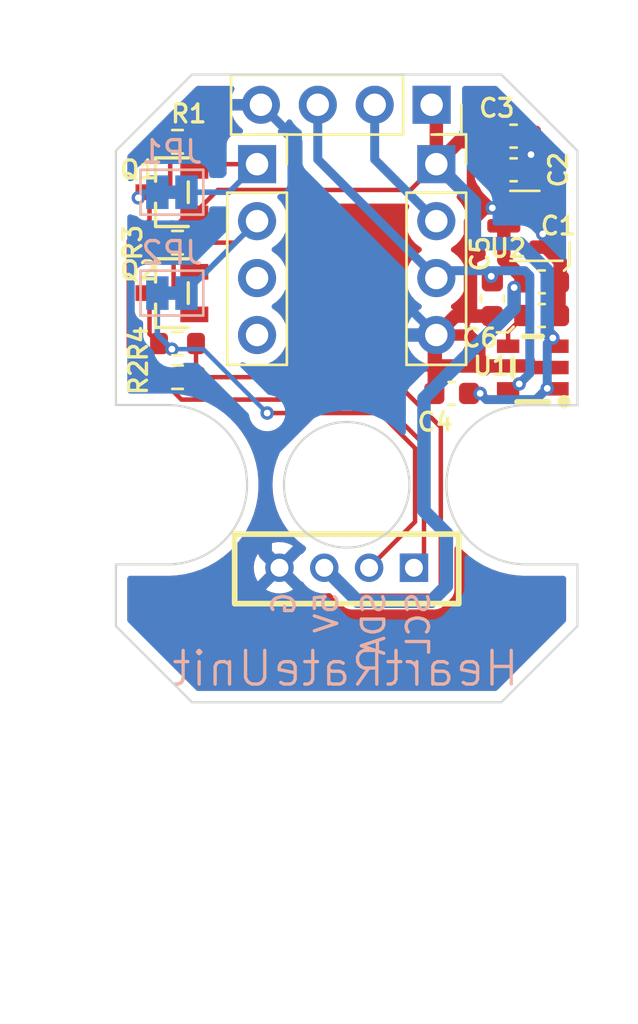
<source format=kicad_pcb>
(kicad_pcb (version 20211014) (generator pcbnew)
  (layers (0 "F.Cu" signal) (31 "B.Cu" signal) (34 "B.Paste" user) (35 "F.Paste" user) (36 "B.SilkS" user "B.Silkscreen") (37 "F.SilkS" user "F.Silkscreen") (38 "B.Mask" user) (39 "F.Mask" user) (44 "Edge.Cuts" user))
  (net 0 "")
  (net 1 "+5V")
  (net 2 "GND")
  (net 3 "+3V3")
  (net 4 "+1V8")
  (net 5 "Net-(C6-Pad1)")
  (net 6 "/SCL_G")
  (net 7 "/SDA_G")
  (net 8 "/SCL")
  (net 9 "/SDA")
  (net 10 "/IR")
  (net 11 "/R")
  (net 12 "/INT")
  (footprint "akita:CON_GROVE_H" (layer "F.Cu") (at 10.3 22 180)
    (fp_text reference "CN1" hide)
    (fp_text value "CON_GROVE")
    (fp_line (start -5 -1.6) (end 5 -1.6) (layer "F.SilkS") (width 0.254))
    (fp_line (start -5 1.5) (end 5 1.5) (layer "F.SilkS") (width 0.254))
    (fp_line (start -5 -1.6) (end -5 1.5) (layer "F.SilkS") (width 0.254))
    (fp_line (start -5 -1) (end -5 1) (layer "F.SilkS") (width 0.127))
    (fp_line (start 5 1.5) (end 5 -1.6) (layer "F.SilkS") (width 0.254))
    (pad "1" thru_hole rect (at -3 0 180) (size 1.27 1.27) (drill 0.8) (layers *.Cu *.Mask) (net 6 "/SCL_G"))
    (pad "2" thru_hole circle (at -1 0 180) (size 1.27 1.27) (drill 0.8) (layers *.Cu *.Mask) (net 7 "/SDA_G"))
    (pad "3" thru_hole circle (at 1 0 180) (size 1.27 1.27) (drill 0.8) (layers *.Cu *.Mask) (net 1 "+5V"))
    (pad "4" thru_hole circle (at 3 0 180) (size 1.27 1.27) (drill 0.8) (layers *.Cu *.Mask) (net 2 "GND"))
  )
  (footprint "Capacitor_SMD:C_0603_1608Metric" (layer "F.Cu") (at 17.75 2.75)
    (fp_text reference "C3" (at -0.75 -1.25) (layer "F.SilkS") (effects (font (size 0.8 0.8))))
    (fp_text value "10u")
    (fp_line (start -0.14058 -0.51) (end 0.14058 -0.51) (layer "F.SilkS") (width 0.12))
    (fp_line (start -0.14058 0.51) (end 0.14058 0.51) (layer "F.SilkS") (width 0.12))
    (pad "1" smd roundrect locked (at -0.775 0) (size 0.9 0.95) (layers "F.Cu" "F.Paste" "F.Mask") (net 3 "+3V3"))
    (pad "2" smd roundrect locked (at 0.775 0) (size 0.9 0.95) (layers "F.Cu" "F.Paste" "F.Mask") (net 2 "GND"))
  )
  (footprint "Capacitor_SMD:C_0603_1608Metric" (layer "F.Cu") (at 14.986 14.224 180)
    (fp_text reference "C4" (at 0.736 -1.276) (layer "F.SilkS") (effects (font (size 0.8 0.8))))
    (fp_text value "1u")
    (fp_line (start -0.14058 0.51) (end 0.14058 0.51) (layer "F.SilkS") (width 0.12))
    (fp_line (start -0.14058 -0.51) (end 0.14058 -0.51) (layer "F.SilkS") (width 0.12))
    (pad "1" smd roundrect locked (at -0.775 0 180) (size 0.9 0.95) (layers "F.Cu" "F.Paste" "F.Mask") (net 3 "+3V3"))
    (pad "2" smd roundrect locked (at 0.775 0 180) (size 0.9 0.95) (layers "F.Cu" "F.Paste" "F.Mask") (net 2 "GND"))
  )
  (footprint "libLCSC:SOT-23-3_L2.9-W1.3-P1.90-LS2.4-BR" (layer "F.Cu") (at 2.5 9.75)
    (fp_text reference "Q2" (at -1.5 -1) (layer "F.SilkS") (effects (font (size 0.8 0.8))))
    (fp_text value "AO3400_C20628874")
    (fp_line (start 0.73 -0.46) (end 0.73 0.46) (layer "F.SilkS") (width 0.15))
    (fp_line (start -0.73 -1.53) (end -0.73 -0.49) (layer "F.SilkS") (width 0.15))
    (fp_line (start -0.73 1.53) (end -0.73 0.49) (layer "F.SilkS") (width 0.15))
    (fp_line (start 0.73 1.53) (end -0.73 1.53) (layer "F.SilkS") (width 0.15))
    (fp_line (start 0.73 -1.53) (end -0.73 -1.53) (layer "F.SilkS") (width 0.15))
    (pad "1" smd rect locked (at 1 0.95) (size 1.25 0.7) (layers "F.Cu" "F.Paste" "F.Mask") (net 3 "+3V3"))
    (pad "2" smd rect locked (at 1 -0.95) (size 1.25 0.7) (layers "F.Cu" "F.Paste" "F.Mask") (net 9 "/SDA"))
    (pad "3" smd rect locked (at -1 0) (size 1.25 0.7) (layers "F.Cu" "F.Paste" "F.Mask") (net 7 "/SDA_G"))
  )
  (footprint "libLCSC:SOT-23-5_L2.9-W1.6-P0.95-LS2.8-BR" (layer "F.Cu") (at 18.605 13.07)
    (fp_text reference "U2" (at -1.105 -5.32) (layer "F.SilkS") (effects (font (size 0.8 0.8))))
    (fp_text value "RT9193-1.8")
    (fp_line (start -0.42 -1.39) (end 0.42 -1.39) (layer "F.SilkS") (width 0.25))
    (fp_line (start -0.89 0.38) (end -0.89 -0.38) (layer "F.SilkS") (width 0.25))
    (fp_line (start -0.7 1.53) (end 0.7 1.53) (layer "F.SilkS") (width 0.25))
    (fp_circle (center 1.397 1.524) (end 1.547 1.524) (layer "F.SilkS") (width 0.3) (fill none))
    (pad "1" smd rect (at 1.1 0.95 90) (size 0.6 1) (layers "F.Cu" "F.Paste" "F.Mask") (net 3 "+3V3"))
    (pad "2" smd rect (at 1.1 0 90) (size 0.6 1) (layers "F.Cu" "F.Paste" "F.Mask") (net 2 "GND"))
    (pad "3" smd rect (at 1.1 -0.95 90) (size 0.6 1) (layers "F.Cu" "F.Paste" "F.Mask") (net 3 "+3V3"))
    (pad "4" smd rect (at -1.1 -0.95 90) (size 0.6 1) (layers "F.Cu" "F.Paste" "F.Mask") (net 5 "Net-(C6-Pad1)"))
    (pad "5" smd rect (at -1.1 0.95 90) (size 0.6 1) (layers "F.Cu" "F.Paste" "F.Mask") (net 4 "+1V8"))
  )
  (footprint "Connector_PinSocket_2.54mm:PinSocket_1x04_P2.54mm_Vertical" (layer "F.Cu") (at 14.3 4)
    (fp_text reference "J2" hide)
    (fp_text value "Conn_01x04")
    (fp_line (start -1.33 1.27) (end 1.33 1.27) (layer "F.SilkS") (width 0.12))
    (fp_line (start 1.33 -1.33) (end 1.33 0) (layer "F.SilkS") (width 0.12))
    (fp_line (start 0 -1.33) (end 1.33 -1.33) (layer "F.SilkS") (width 0.12))
    (fp_line (start -1.33 1.27) (end -1.33 8.95) (layer "F.SilkS") (width 0.12))
    (fp_line (start 1.33 1.27) (end 1.33 8.95) (layer "F.SilkS") (width 0.12))
    (fp_line (start -1.33 8.95) (end 1.33 8.95) (layer "F.SilkS") (width 0.12))
    (pad "1" thru_hole rect locked (at 0 0) (size 1.7 1.7) (drill 1) (layers *.Cu *.Mask) (net 3 "+3V3"))
    (pad "2" thru_hole oval locked (at 0 2.54) (size 1.7 1.7) (drill 1) (layers *.Cu *.Mask) (net 12 "/INT"))
    (pad "3" thru_hole oval locked (at 0 5.08) (size 1.7 1.7) (drill 1) (layers *.Cu *.Mask) (net 4 "+1V8"))
    (pad "4" thru_hole oval locked (at 0 7.62) (size 1.7 1.7) (drill 1) (layers *.Cu *.Mask) (net 2 "GND"))
  )
  (footprint "Resistor_SMD:R_0603_1608Metric" (layer "F.Cu") (at 2.75 7.5)
    (fp_text reference "R3" (at -2 0 90) (layer "F.SilkS") (effects (font (size 0.8 0.8))))
    (fp_text value "4.7k")
    (fp_line (start -0.237258 -0.5225) (end 0.237258 -0.5225) (layer "F.SilkS") (width 0.12))
    (fp_line (start -0.237258 0.5225) (end 0.237258 0.5225) (layer "F.SilkS") (width 0.12))
    (pad "1" smd roundrect locked (at -0.825 0) (size 0.8 0.95) (layers "F.Cu" "F.Paste" "F.Mask") (net 3 "+3V3"))
    (pad "2" smd roundrect locked (at 0.825 0) (size 0.8 0.95) (layers "F.Cu" "F.Paste" "F.Mask") (net 9 "/SDA"))
  )
  (footprint "Capacitor_SMD:C_0603_1608Metric" (layer "F.Cu") (at 16.8 10 -90)
    (fp_text reference "C5" (at -2 0.55 -90) (layer "F.SilkS") (effects (font (size 0.8 0.8))))
    (fp_text value "1u")
    (fp_line (start -0.14058 -0.51) (end 0.14058 -0.51) (layer "F.SilkS") (width 0.12))
    (fp_line (start -0.14058 0.51) (end 0.14058 0.51) (layer "F.SilkS") (width 0.12))
    (pad "1" smd roundrect locked (at -0.775 0 270) (size 0.9 0.95) (layers "F.Cu" "F.Paste" "F.Mask") (net 4 "+1V8"))
    (pad "2" smd roundrect locked (at 0.775 0 270) (size 0.9 0.95) (layers "F.Cu" "F.Paste" "F.Mask") (net 2 "GND"))
  )
  (footprint "Package_TO_SOT_SMD:SOT-23" (layer "F.Cu") (at 18.25 6.75 180)
    (fp_text reference "U1" (at 1.5 -6.25) (layer "F.SilkS") (effects (font (size 0.8 0.8))))
    (fp_text value "HT7533")
    (fp_line (start 0 -1.56) (end -1.675 -1.56) (layer "F.SilkS") (width 0.12))
    (fp_line (start 0 -1.56) (end 0.65 -1.56) (layer "F.SilkS") (width 0.12))
    (fp_line (start 0 1.56) (end -0.65 1.56) (layer "F.SilkS") (width 0.12))
    (fp_line (start 0 1.56) (end 0.65 1.56) (layer "F.SilkS") (width 0.12))
    (pad "1" smd roundrect locked (at -0.9375 -0.95 180) (size 1.475 0.6) (layers "F.Cu" "F.Paste" "F.Mask") (net 2 "GND"))
    (pad "2" smd roundrect locked (at -0.9375 0.95 180) (size 1.475 0.6) (layers "F.Cu" "F.Paste" "F.Mask") (net 3 "+3V3"))
    (pad "3" smd roundrect locked (at 0.9375 0 180) (size 1.475 0.6) (layers "F.Cu" "F.Paste" "F.Mask") (net 1 "+5V"))
  )
  (footprint "Resistor_SMD:R_0603_1608Metric" (layer "F.Cu") (at 2.75 12 180)
    (fp_text reference "R4" (at 1.75 0 90) (layer "F.SilkS") (effects (font (size 0.8 0.8))))
    (fp_text value "4.7k")
    (fp_line (start -0.237258 0.5225) (end 0.237258 0.5225) (layer "F.SilkS") (width 0.12))
    (fp_line (start -0.237258 -0.5225) (end 0.237258 -0.5225) (layer "F.SilkS") (width 0.12))
    (pad "1" smd roundrect locked (at -0.825 0 180) (size 0.8 0.95) (layers "F.Cu" "F.Paste" "F.Mask") (net 1 "+5V"))
    (pad "2" smd roundrect locked (at 0.825 0 180) (size 0.8 0.95) (layers "F.Cu" "F.Paste" "F.Mask") (net 7 "/SDA_G"))
  )
  (footprint "Resistor_SMD:R_0603_1608Metric" (layer "F.Cu") (at 2.75 13.5 180)
    (fp_text reference "R2" (at 1.75 0 90) (layer "F.SilkS") (effects (font (size 0.8 0.8))))
    (fp_text value "4.7k")
    (fp_line (start -0.237258 0.5225) (end 0.237258 0.5225) (layer "F.SilkS") (width 0.12))
    (fp_line (start -0.237258 -0.5225) (end 0.237258 -0.5225) (layer "F.SilkS") (width 0.12))
    (pad "1" smd roundrect locked (at -0.825 0 180) (size 0.8 0.95) (layers "F.Cu" "F.Paste" "F.Mask") (net 1 "+5V"))
    (pad "2" smd roundrect locked (at 0.825 0 180) (size 0.8 0.95) (layers "F.Cu" "F.Paste" "F.Mask") (net 6 "/SCL_G"))
  )
  (footprint "Connector_PinSocket_2.54mm:PinSocket_1x04_P2.54mm_Vertical" (layer "F.Cu") (at 6.3 4)
    (fp_text reference "J1" hide)
    (fp_text value "Conn_01x04")
    (fp_line (start -1.33 8.95) (end 1.33 8.95) (layer "F.SilkS") (width 0.12))
    (fp_line (start -1.33 1.27) (end 1.33 1.27) (layer "F.SilkS") (width 0.12))
    (fp_line (start 1.33 1.27) (end 1.33 8.95) (layer "F.SilkS") (width 0.12))
    (fp_line (start 0 -1.33) (end 1.33 -1.33) (layer "F.SilkS") (width 0.12))
    (fp_line (start 1.33 -1.33) (end 1.33 0) (layer "F.SilkS") (width 0.12))
    (fp_line (start -1.33 1.27) (end -1.33 8.95) (layer "F.SilkS") (width 0.12))
    (pad "1" thru_hole rect locked (at 0 0) (size 1.7 1.7) (drill 1) (layers *.Cu *.Mask) (net 8 "/SCL"))
    (pad "2" thru_hole oval locked (at 0 2.54) (size 1.7 1.7) (drill 1) (layers *.Cu *.Mask) (net 9 "/SDA"))
    (pad "3" thru_hole oval locked (at 0 5.08) (size 1.7 1.7) (drill 1) (layers *.Cu *.Mask) (net 10 "/IR"))
    (pad "4" thru_hole oval locked (at 0 7.62) (size 1.7 1.7) (drill 1) (layers *.Cu *.Mask) (net 11 "/R"))
  )
  (footprint "Capacitor_SMD:C_0603_1608Metric" (layer "F.Cu") (at 19 10.75)
    (fp_text reference "C6" (at -2.75 1) (layer "F.SilkS") (effects (font (size 0.8 0.8))))
    (fp_text value "22n")
    (fp_line (start -0.14058 -0.51) (end 0.14058 -0.51) (layer "F.SilkS") (width 0.12))
    (fp_line (start -0.14058 0.51) (end 0.14058 0.51) (layer "F.SilkS") (width 0.12))
    (pad "1" smd roundrect locked (at -0.775 0) (size 0.9 0.95) (layers "F.Cu" "F.Paste" "F.Mask") (net 5 "Net-(C6-Pad1)"))
    (pad "2" smd roundrect locked (at 0.775 0) (size 0.9 0.95) (layers "F.Cu" "F.Paste" "F.Mask") (net 2 "GND"))
  )
  (footprint "Capacitor_SMD:C_0603_1608Metric" (layer "F.Cu") (at 17.75 4.25)
    (fp_text reference "C2" (at 2 0 90) (layer "F.SilkS") (effects (font (size 0.8 0.8))))
    (fp_text value "0.1u")
    (fp_line (start -0.14058 -0.51) (end 0.14058 -0.51) (layer "F.SilkS") (width 0.12))
    (fp_line (start -0.14058 0.51) (end 0.14058 0.51) (layer "F.SilkS") (width 0.12))
    (pad "1" smd roundrect locked (at -0.775 0) (size 0.9 0.95) (layers "F.Cu" "F.Paste" "F.Mask") (net 3 "+3V3"))
    (pad "2" smd roundrect locked (at 0.775 0) (size 0.9 0.95) (layers "F.Cu" "F.Paste" "F.Mask") (net 2 "GND"))
  )
  (footprint "Connector_PinSocket_2.54mm:PinSocket_1x04_P2.54mm_Vertical" (layer "F.Cu") (at 14.09 1.35 -90)
    (fp_text reference "J3" hide)
    (fp_text value "Conn_01x04")
    (fp_line (start 0 -1.33) (end 1.33 -1.33) (layer "F.SilkS") (width 0.12))
    (fp_line (start -1.33 1.27) (end -1.33 8.95) (layer "F.SilkS") (width 0.12))
    (fp_line (start 1.33 -1.33) (end 1.33 0) (layer "F.SilkS") (width 0.12))
    (fp_line (start -1.33 1.27) (end 1.33 1.27) (layer "F.SilkS") (width 0.12))
    (fp_line (start -1.33 8.95) (end 1.33 8.95) (layer "F.SilkS") (width 0.12))
    (fp_line (start 1.33 1.27) (end 1.33 8.95) (layer "F.SilkS") (width 0.12))
    (pad "1" thru_hole rect locked (at 0 0 270) (size 1.7 1.7) (drill 1) (layers *.Cu *.Mask) (net 3 "+3V3"))
    (pad "2" thru_hole oval locked (at 0 2.54 270) (size 1.7 1.7) (drill 1) (layers *.Cu *.Mask) (net 12 "/INT"))
    (pad "3" thru_hole oval locked (at 0 5.08 270) (size 1.7 1.7) (drill 1) (layers *.Cu *.Mask) (net 4 "+1V8"))
    (pad "4" thru_hole oval locked (at 0 7.62 270) (size 1.7 1.7) (drill 1) (layers *.Cu *.Mask) (net 2 "GND"))
  )
  (footprint "Capacitor_SMD:C_0603_1608Metric" (layer "F.Cu") (at 19 9.25)
    (fp_text reference "C1" (at 0.75 -2.5 180) (layer "F.SilkS") (effects (font (size 0.8 0.8))))
    (fp_text value "0.1u")
    (fp_line (start -0.14058 -0.51) (end 0.14058 -0.51) (layer "F.SilkS") (width 0.12))
    (fp_line (start -0.14058 0.51) (end 0.14058 0.51) (layer "F.SilkS") (width 0.12))
    (pad "1" smd roundrect locked (at -0.775 0) (size 0.9 0.95) (layers "F.Cu" "F.Paste" "F.Mask") (net 1 "+5V"))
    (pad "2" smd roundrect locked (at 0.775 0) (size 0.9 0.95) (layers "F.Cu" "F.Paste" "F.Mask") (net 2 "GND"))
  )
  (footprint "libLCSC:SOT-23-3_L2.9-W1.3-P1.90-LS2.4-BR" (layer "F.Cu") (at 2.5 5.25)
    (fp_text reference "Q1" (at -1.5 -1) (layer "F.SilkS") (effects (font (size 0.8 0.8))))
    (fp_text value "AO3400_C20628874")
    (fp_line (start -0.73 -1.53) (end -0.73 -0.49) (layer "F.SilkS") (width 0.15))
    (fp_line (start 0.73 -1.53) (end -0.73 -1.53) (layer "F.SilkS") (width 0.15))
    (fp_line (start 0.73 -0.46) (end 0.73 0.46) (layer "F.SilkS") (width 0.15))
    (fp_line (start -0.73 1.53) (end -0.73 0.49) (layer "F.SilkS") (width 0.15))
    (fp_line (start 0.73 1.53) (end -0.73 1.53) (layer "F.SilkS") (width 0.15))
    (pad "1" smd rect locked (at 1 0.95) (size 1.25 0.7) (layers "F.Cu" "F.Paste" "F.Mask") (net 3 "+3V3"))
    (pad "2" smd rect locked (at 1 -0.95) (size 1.25 0.7) (layers "F.Cu" "F.Paste" "F.Mask") (net 8 "/SCL"))
    (pad "3" smd rect locked (at -1 0) (size 1.25 0.7) (layers "F.Cu" "F.Paste" "F.Mask") (net 6 "/SCL_G"))
  )
  (footprint "Resistor_SMD:R_0603_1608Metric" (layer "F.Cu") (at 2.75 3)
    (fp_text reference "R1" (at 0.5 -1.25) (layer "F.SilkS") (effects (font (size 0.8 0.8))))
    (fp_text value "4.7k")
    (fp_line (start -0.237258 -0.5225) (end 0.237258 -0.5225) (layer "F.SilkS") (width 0.12))
    (fp_line (start -0.237258 0.5225) (end 0.237258 0.5225) (layer "F.SilkS") (width 0.12))
    (pad "1" smd roundrect locked (at -0.825 0) (size 0.8 0.95) (layers "F.Cu" "F.Paste" "F.Mask") (net 3 "+3V3"))
    (pad "2" smd roundrect locked (at 0.825 0) (size 0.8 0.95) (layers "F.Cu" "F.Paste" "F.Mask") (net 8 "/SCL"))
  )
  (footprint "Jumper:SolderJumper-2_P1.3mm_Bridged_Pad1.0x1.5mm" (layer "B.Cu") (at 2.5 9.75 180)
    (fp_text reference "JP2" (at 0 1.8) (layer "B.SilkS") (effects (justify mirror)))
    (fp_text value "Jumper_2_Bridged")
    (fp_poly (pts (xy -0.25 0.3) (xy 0.25 0.3) (xy 0.25 -0.3) (xy -0.25 -0.3)) (layer "B.Cu") (width 0) (fill solid))
    (fp_line (start 1.4 -1) (end -1.4 -1) (layer "B.SilkS") (width 0.12))
    (fp_line (start -1.4 1) (end 1.4 1) (layer "B.SilkS") (width 0.12))
    (fp_line (start 1.4 1) (end 1.4 -1) (layer "B.SilkS") (width 0.12))
    (fp_line (start -1.4 -1) (end -1.4 1) (layer "B.SilkS") (width 0.12))
    (pad "1" smd rect locked (at -0.65 0 180) (size 1 1.5) (layers "B.Cu" "B.Mask") (net 9 "/SDA"))
    (pad "2" smd rect locked (at 0.65 0 180) (size 1 1.5) (layers "B.Cu" "B.Mask") (net 7 "/SDA_G"))
  )
  (footprint "Jumper:SolderJumper-2_P1.3mm_Bridged_Pad1.0x1.5mm" (layer "B.Cu") (at 2.5 5.25 180)
    (fp_text reference "JP1" (at 0 1.8) (layer "B.SilkS") (effects (justify mirror)))
    (fp_text value "Jumper_2_Bridged")
    (fp_poly (pts (xy -0.25 0.3) (xy 0.25 0.3) (xy 0.25 -0.3) (xy -0.25 -0.3)) (layer "B.Cu") (width 0) (fill solid))
    (fp_line (start 1.4 -1) (end -1.4 -1) (layer "B.SilkS") (width 0.12))
    (fp_line (start 1.4 1) (end 1.4 -1) (layer "B.SilkS") (width 0.12))
    (fp_line (start -1.4 -1) (end -1.4 1) (layer "B.SilkS") (width 0.12))
    (fp_line (start -1.4 1) (end 1.4 1) (layer "B.SilkS") (width 0.12))
    (pad "1" smd rect locked (at -0.65 0 180) (size 1 1.5) (layers "B.Cu" "B.Mask") (net 8 "/SCL"))
    (pad "2" smd rect locked (at 0.65 0 180) (size 1 1.5) (layers "B.Cu" "B.Mask") (net 6 "/SCL_G"))
  )
  (gr_line (start 20.25 7.5) (end 20.25 8.5) (layer "F.SilkS") (width 0.12))
  (gr_line (start 20.25 8.5) (end 20 8.75) (layer "F.SilkS") (width 0.12))
  (gr_line (start 17.5 11.5) (end 17.75 11.25) (layer "F.SilkS") (width 0.12))
  (gr_line (start 17 11.5) (end 17.5 11.5) (layer "F.SilkS") (width 0.12))
  (gr_line (start 0 24.6) (end 0 21.85) (layer "Edge.Cuts") (width 0.1))
  (gr_line (start 0 14.74) (end 2.3 14.74) (layer "Edge.Cuts") (width 0.1))
  (gr_arc (start 2.3 14.74) (mid 5.855 18.295) (end 2.3 21.85) (layer "Edge.Cuts") (width 0.1))
  (gr_line (start 20.6 21.85) (end 20.6 24.6) (layer "Edge.Cuts") (width 0.1))
  (gr_line (start 3.4 0) (end 17.2 0) (layer "Edge.Cuts") (width 0.1))
  (gr_line (start 0 3.4) (end 3.4 0) (layer "Edge.Cuts") (width 0.1))
  (gr_line (start 0 14.74) (end 0 3.4) (layer "Edge.Cuts") (width 0.1))
  (gr_line (start 0 24.6) (end 3.4 28) (layer "Edge.Cuts") (width 0.1))
  (gr_line (start 3.4 28) (end 17.2 28) (layer "Edge.Cuts") (width 0.1))
  (gr_line (start 20.6 3.4) (end 17.2 0) (layer "Edge.Cuts") (width 0.1))
  (gr_line (start 0 21.85) (end 2.3 21.85) (layer "Edge.Cuts") (width 0.1))
  (gr_circle (center 10.3 18.3) (end 13.1 18.3) (layer "Edge.Cuts") (width 0.1) (fill none))
  (gr_line (start 18.3 21.85) (end 20.6 21.85) (layer "Edge.Cuts") (width 0.1))
  (gr_line (start 18.3 14.75) (end 20.6 14.75) (layer "Edge.Cuts") (width 0.1))
  (gr_line (start 20.6 14.76) (end 20.6 3.4) (layer "Edge.Cuts") (width 0.1))
  (gr_line (start 17.2 28) (end 20.6 24.6) (layer "Edge.Cuts") (width 0.1))
  (gr_arc (start 18.3 21.85) (mid 14.75 18.3) (end 18.3 14.75) (layer "Edge.Cuts") (width 0.1))
  (gr_text "5V" (at 9.4 23 90) (layer "B.SilkS") (effects (font (size 1 1)) (justify left mirror)))
  (gr_text "G" (at 7.5 23 90) (layer "B.SilkS") (effects (font (size 1 1)) (justify left mirror)))
  (gr_text "SDA" (at 11.5 23 90) (layer "B.SilkS") (effects (font (size 1 1)) (justify left mirror)))
  (gr_text "HeartRateUnit\n" (at 10.25 26.5) (layer "B.SilkS") (effects (font (size 1.5 1.5)) (justify mirror)))
  (gr_text "SCL\n" (at 13.5 23 90) (layer "B.SilkS") (effects (font (size 1 1)) (justify left mirror)))
  (segment (start 17.25 7.75) (end 17.3125 7.6875) (width 0.2) (layer "F.Cu") (net 1))
  (segment (start 18.25 9.175374) (end 18.25 9.25) (width 0.6) (layer "F.Cu") (net 1))
  (segment (start 14.5 22.959511) (end 14.209511 23.25) (width 0.2) (layer "F.Cu") (net 1))
  (segment (start 12.270217 13.5) (end 14.5 15.729783) (width 0.2) (layer "F.Cu") (net 1))
  (segment (start 3.575 13.5) (end 3.575 12) (width 0.2) (layer "F.Cu") (net 1))
  (segment (start 3.575 13.5) (end 12.270217 13.5) (width 0.2) (layer "F.Cu") (net 1))
  (segment (start 17.350106 8.27548) (end 18.25 9.175374) (width 0.6) (layer "F.Cu") (net 1))
  (segment (start 10.55 23.25) (end 9.3 22) (width 0.2) (layer "F.Cu") (net 1))
  (segment (start 17.3125 8.27548) (end 17.350106 8.27548) (width 0.6) (layer "F.Cu") (net 1))
  (segment (start 17.3125 6.75) (end 17.3125 8.27548) (width 0.6) (layer "F.Cu") (net 1))
  (segment (start 14.209511 23.25) (end 10.55 23.25) (width 0.2) (layer "F.Cu") (net 1))
  (segment (start 14.5 15.729783) (end 14.5 22.959511) (width 0.2) (layer "F.Cu") (net 1))
  (via (at 17.772659 9.501619) (size 0.6) (drill 0.3) (layers "F.Cu" "B.Cu") (net 1))
  (segment (start 14.75 20.465489) (end 13.75 19.465489) (width 0.6) (layer "B.Cu") (net 1))
  (segment (start 14.069022 23.5) (end 14.75 22.819022) (width 0.6) (layer "B.Cu") (net 1))
  (segment (start 17.772659 10.421341) (end 17.772659 9.501619) (width 0.6) (layer "B.Cu") (net 1))
  (segment (start 9.3 22) (end 10.8 23.5) (width 0.6) (layer "B.Cu") (net 1))
  (segment (start 13.75 14.444) (end 17.772659 10.421341) (width 0.6) (layer "B.Cu") (net 1))
  (segment (start 14.75 22.819022) (end 14.75 20.465489) (width 0.6) (layer "B.Cu") (net 1))
  (segment (start 10.8 23.5) (end 14.069022 23.5) (width 0.6) (layer "B.Cu") (net 1))
  (segment (start 13.75 19.465489) (end 13.75 14.444) (width 0.6) (layer "B.Cu") (net 1))
  (segment (start 18.525 3.573) (end 18.525 4.475) (width 0.6) (layer "F.Cu") (net 2))
  (segment (start 15.145 10.775) (end 14.3 11.62) (width 0.6) (layer "F.Cu") (net 2))
  (segment (start 18.605 13.07) (end 18.535 13) (width 0.6) (layer "F.Cu") (net 2))
  (segment (start 19.1875 7.7) (end 19.1875 7.2495) (width 0.6) (layer "F.Cu") (net 2))
  (segment (start 19.775 9.3) (end 19.825 9.25) (width 0.6) (layer "F.Cu") (net 2))
  (segment (start 14.211 11.709) (end 14.3 11.62) (width 0.6) (layer "F.Cu") (net 2))
  (segment (start 16.455941 5.9505) (end 16.7995 5.9505) (width 0.6) (layer "F.Cu") (net 2))
  (segment (start 19.1875 7.2495) (end 19.05 7.112) (width 0.6) (layer "F.Cu") (net 2))
  (segment (start 19.775 10.75) (end 19.775 9.3) (width 0.6) (layer "F.Cu") (net 2))
  (segment (start 16.025 10.775) (end 15.82548 10.57548) (width 0.6) (layer "F.Cu") (net 2))
  (segment (start 18.525 2.75) (end 18.525 3.573) (width 0.6) (layer "F.Cu") (net 2))
  (segment (start 18.535 13) (end 14.5 13) (width 0.6) (layer "F.Cu") (net 2))
  (segment (start 15.82548 6.580961) (end 16.455941 5.9505) (width 0.6) (layer "F.Cu") (net 2))
  (segment (start 14.211 13.289) (end 14.211 11.709) (width 0.6) (layer "F.Cu") (net 2))
  (segment (start 16.025 10.775) (end 15.145 10.775) (width 0.6) (layer "F.Cu") (net 2))
  (segment (start 19.825 8.3375) (end 19.1875 7.7) (width 0.6) (layer "F.Cu") (net 2))
  (segment (start 19.825 9.25) (end 19.825 8.3375) (width 0.6) (layer "F.Cu") (net 2))
  (segment (start 16.8 10.775) (end 16.025 10.775) (width 0.6) (layer "F.Cu") (net 2))
  (segment (start 15.82548 10.57548) (end 15.82548 6.580961) (width 0.6) (layer "F.Cu") (net 2))
  (segment (start 14.5 13) (end 14.211 13.289) (width 0.6) (layer "F.Cu") (net 2))
  (segment (start 14.211 14.224) (end 14.211 13.289) (width 0.6) (layer "F.Cu") (net 2))
  (segment (start 19.705 13.07) (end 18.605 13.07) (width 0.6) (layer "F.Cu") (net 2))
  (via (at 19.05 7.112) (size 0.6) (drill 0.3) (layers "F.Cu" "B.Cu") (net 2))
  (via (at 16.7995 5.9505) (size 0.6) (drill 0.3) (layers "F.Cu" "B.Cu") (net 2))
  (via (at 18.525 3.573) (size 0.6) (drill 0.3) (layers "F.Cu" "B.Cu") (net 2))
  (segment (start 6.665 17.085) (end 12.13 11.62) (width 0.6) (layer "B.Cu") (net 2))
  (segment (start 6.47 1.35) (end 8.128 3.008) (width 0.4) (layer "B.Cu") (net 2))
  (segment (start 7.3 22) (end 6.665 21.365) (width 0.6) (layer "B.Cu") (net 2))
  (segment (start 16.8 5.95) (end 19.05 5.95) (width 0.6) (layer "B.Cu") (net 2))
  (segment (start 16.7995 5.9505) (end 16.8 5.95) (width 0.6) (layer "B.Cu") (net 2))
  (segment (start 8.128 3.008) (end 8.128 5.448) (width 0.4) (layer "B.Cu") (net 2))
  (segment (start 19.05 4.098) (end 18.525 3.573) (width 0.6) (layer "B.Cu") (net 2))
  (segment (start 19.05 7.112) (end 19.05 5.95) (width 0.6) (layer "B.Cu") (net 2))
  (segment (start 12.13 11.62) (end 14.3 11.62) (width 0.6) (layer "B.Cu") (net 2))
  (segment (start 6.665 21.365) (end 6.665 17.085) (width 0.6) (layer "B.Cu") (net 2))
  (segment (start 8.128 5.448) (end 14.3 11.62) (width 0.4) (layer "B.Cu") (net 2))
  (segment (start 19.05 5.95) (end 19.05 4.098) (width 0.6) (layer "B.Cu") (net 2))
  (segment (start 14.3 4) (end 13.150489 5.149511) (width 0.2) (layer "F.Cu") (net 3))
  (segment (start 15.3 3) (end 16.75 3) (width 0.6) (layer "F.Cu") (net 3))
  (segment (start 14.3 1.56) (end 14.09 1.35) (width 0.6) (layer "F.Cu") (net 3))
  (segment (start 2.424511 3.499511) (end 2.424511 5.124511) (width 0.2) (layer "F.Cu") (net 3))
  (segment (start 19.1875 5.8) (end 18.05 5.8) (width 0.6) (layer "F.Cu") (net 3))
  (segment (start 19.5 11.915) (end 19.705 12.12) (width 0.6) (layer "F.Cu") (net 3))
  (segment (start 16.975 2.75) (end 16.975 4.225) (width 0.6) (layer "F.Cu") (net 3))
  (segment (start 2.575489 8.150489) (end 2.575489 9.775489) (width 0.2) (layer "F.Cu") (net 3))
  (segment (start 19.27 14.02) (end 19.25 14) (width 0.4) (layer "F.Cu") (net 3))
  (segment (start 4.550489 5.149511) (end 3.5 6.2) (width 0.2) (layer "F.Cu") (net 3))
  (segment (start 19.5 11.75) (end 19.5 11.915) (width 0.6) (layer "F.Cu") (net 3))
  (segment (start 1.925 7.5) (end 3.225 6.2) (width 0.2) (layer "F.Cu") (net 3))
  (segment (start 1.925 3) (end 2.424511 3.499511) (width 0.2) (layer "F.Cu") (net 3))
  (segment (start 2.575489 9.775489) (end 3.5 10.7) (width 0.2) (layer "F.Cu") (net 3))
  (segment (start 14.3 4) (end 15.3 3) (width 0.6) (layer "F.Cu") (net 3))
  (segment (start 13.150489 5.149511) (end 4.550489 5.149511) (width 0.2) (layer "F.Cu") (net 3))
  (segment (start 1.925 7.5) (end 2.575489 8.150489) (width 0.2) (layer "F.Cu") (net 3))
  (segment (start 3.225 6.2) (end 3.5 6.2) (width 0.2) (layer "F.Cu") (net 3))
  (segment (start 18.05 5.8) (end 17 4.75) (width 0.6) (layer "F.Cu") (net 3))
  (segment (start 14.3 4) (end 14.3 1.56) (width 0.6) (layer "F.Cu") (net 3))
  (segment (start 19.705 14.02) (end 19.27 14.02) (width 0.4) (layer "F.Cu") (net 3))
  (segment (start 15.761 14.224) (end 16.256 14.224) (width 0.6) (layer "F.Cu") (net 3))
  (segment (start 2.424511 5.124511) (end 3.5 6.2) (width 0.2) (layer "F.Cu") (net 3))
  (segment (start 17 4.75) (end 17 4.25) (width 0.6) (layer "F.Cu") (net 3))
  (via (at 19.25 14) (size 0.6) (drill 0.3) (layers "F.Cu" "B.Cu") (net 3))
  (via (at 16.256 14.224) (size 0.6) (drill 0.3) (layers "F.Cu" "B.Cu") (net 3))
  (via (at 19.5 11.75) (size 0.6) (drill 0.3) (layers "F.Cu" "B.Cu") (net 3))
  (segment (start 19.25 11.5) (end 19.25 8.76073) (width 0.6) (layer "B.Cu") (net 3))
  (segment (start 19.25 14) (end 19.25 12) (width 0.4) (layer "B.Cu") (net 3))
  (segment (start 16.04473 7.54473) (end 16 7.5) (width 0.6) (layer "B.Cu") (net 3))
  (segment (start 19.25 12) (end 19.5 11.75) (width 0.4) (layer "B.Cu") (net 3))
  (segment (start 16.256 14.224) (end 16.531011 14.499011) (width 0.4) (layer "B.Cu") (net 3))
  (segment (start 18.750989 14.499011) (end 19.25 14) (width 0.4) (layer "B.Cu") (net 3))
  (segment (start 16 7.5) (end 16 5.7) (width 0.6) (layer "B.Cu") (net 3))
  (segment (start 19.5 11.75) (end 19.25 11.5) (width 0.6) (layer "B.Cu") (net 3))
  (segment (start 18.034 7.54473) (end 16.04473 7.54473) (width 0.6) (layer "B.Cu") (net 3))
  (segment (start 16.531011 14.499011) (end 18.750989 14.499011) (width 0.4) (layer "B.Cu") (net 3))
  (segment (start 19.25 8.76073) (end 18.034 7.54473) (width 0.6) (layer "B.Cu") (net 3))
  (segment (start 16 5.7) (end 14.3 4) (width 0.6) (layer "B.Cu") (net 3))
  (segment (start 18 13.7995) (end 17.7795 14.02) (width 0.4) (layer "F.Cu") (net 4))
  (segment (start 14.38 9) (end 14.3 9.08) (width 0.6) (layer "F.Cu") (net 4))
  (segment (start 16.8 9.05) (end 16.75 9) (width 0.6) (layer "F.Cu") (net 4))
  (segment (start 17.7795 14.02) (end 17.505 14.02) (width 0.4) (layer "F.Cu") (net 4))
  (segment (start 16.8 9.225) (end 16.8 9.05) (width 0.6) (layer "F.Cu") (net 4))
  (via (at 16.75 9) (size 0.6) (drill 0.3) (layers "F.Cu" "B.Cu") (net 4))
  (via (at 18 13.7995) (size 0.6) (drill 0.3) (layers "F.Cu" "B.Cu") (net 4))
  (segment (start 9.01 3.79) (end 14.3 9.08) (width 0.4) (layer "B.Cu") (net 4))
  (segment (start 9.01 1.35) (end 9.01 3.79) (width 0.4) (layer "B.Cu") (net 4))
  (segment (start 18.25 8.75) (end 14.63 8.75) (width 0.4) (layer "B.Cu") (net 4))
  (segment (start 18 13.7995) (end 18.472178 13.327322) (width 0.4) (layer "B.Cu") (net 4))
  (segment (start 18.472178 13.327322) (end 18.472178 8.972178) (width 0.4) (layer "B.Cu") (net 4))
  (segment (start 14.63 8.75) (end 14.3 9.08) (width 0.4) (layer "B.Cu") (net 4))
  (segment (start 18.472178 8.972178) (end 18.25 8.75) (width 0.4) (layer "B.Cu") (net 4))
  (segment (start 17.505 11.47) (end 18.225 10.75) (width 0.2) (layer "F.Cu") (net 5))
  (segment (start 17.505 12.12) (end 17.505 11.47) (width 0.2) (layer "F.Cu") (net 5))
  (segment (start 1.5 6.5) (end 0.575489 7.424511) (width 0.2) (layer "F.Cu") (net 6))
  (segment (start 2.925 14.5) (end 1.925 13.5) (width 0.2) (layer "F.Cu") (net 6))
  (segment (start 13.3 22) (end 13.75 21.55) (width 0.2) (layer "F.Cu") (net 6))
  (segment (start 0.575489 12.150489) (end 1.925 13.5) (width 0.2) (layer "F.Cu") (net 6))
  (segment (start 13.75 16.5) (end 11.75 14.5) (width 0.2) (layer "F.Cu") (net 6))
  (segment (start 11.75 14.5) (end 2.925 14.5) (width 0.2) (layer "F.Cu") (net 6))
  (segment (start 13.75 21.55) (end 13.75 16.5) (width 0.2) (layer "F.Cu") (net 6))
  (segment (start 0.575489 7.424511) (end 0.575489 12.150489) (width 0.2) (layer "F.Cu") (net 6))
  (segment (start 1.5 5.25) (end 1.5 6.5) (width 0.2) (layer "F.Cu") (net 6))
  (via (at 1 5.5) (size 0.6) (drill 0.3) (layers "F.Cu" "B.Cu") (net 6))
  (segment (start 1.25 5.25) (end 1 5.5) (width 0.25) (layer "B.Cu") (net 6))
  (segment (start 1.85 5.25) (end 1.25 5.25) (width 0.25) (layer "B.Cu") (net 6))
  (segment (start 13.35048 19.94952) (end 13.35048 16.665486) (width 0.2) (layer "F.Cu") (net 7))
  (segment (start 1.5 11.575) (end 1.925 12) (width 0.2) (layer "F.Cu") (net 7))
  (segment (start 1.5 9.75) (end 1.5 11.575) (width 0.2) (layer "F.Cu") (net 7))
  (segment (start 2.175 12.25) (end 1.925 12) (width 0.2) (layer "F.Cu") (net 7))
  (segment (start 11.3 22) (end 13.35048 19.94952) (width 0.2) (layer "F.Cu") (net 7))
  (segment (start 11.784494 15.0995) (end 6.75 15.0995) (width 0.2) (layer "F.Cu") (net 7))
  (segment (start 13.35048 16.665486) (end 11.784494 15.0995) (width 0.2) (layer "F.Cu") (net 7))
  (segment (start 2.5 12.25) (end 2.175 12.25) (width 0.2) (layer "F.Cu") (net 7))
  (via (at 6.75 15.0995) (size 0.6) (drill 0.3) (layers "F.Cu" "B.Cu") (net 7))
  (via (at 2.5 12.25) (size 0.6) (drill 0.3) (layers "F.Cu" "B.Cu") (net 7))
  (segment (start 3.9005 12.25) (end 2.5 12.25) (width 0.2) (layer "B.Cu") (net 7))
  (segment (start 1.85 11.6) (end 2.5 12.25) (width 0.25) (layer "B.Cu") (net 7))
  (segment (start 6.75 15.0995) (end 3.9005 12.25) (width 0.2) (layer "B.Cu") (net 7))
  (segment (start 1.85 9.75) (end 1.85 11.6) (width 0.25) (layer "B.Cu") (net 7))
  (segment (start 3.8 4) (end 3.5 4.3) (width 0.2) (layer "F.Cu") (net 8))
  (segment (start 3.575 3) (end 3.575 4.225) (width 0.2) (layer "F.Cu") (net 8))
  (segment (start 6.3 4) (end 3.8 4) (width 0.2) (layer "F.Cu") (net 8))
  (segment (start 3.575 4.225) (end 3.5 4.3) (width 0.2) (layer "F.Cu") (net 8))
  (segment (start 3.15 5.25) (end 5.05 5.25) (width 0.25) (layer "B.Cu") (net 8))
  (segment (start 5.05 5.25) (end 6.3 4) (width 0.25) (layer "B.Cu") (net 8))
  (segment (start 3.575 7.5) (end 5.34 7.5) (width 0.2) (layer "F.Cu") (net 9))
  (segment (start 5.34 7.5) (end 6.3 6.54) (width 0.2) (layer "F.Cu") (net 9))
  (segment (start 3.5 7.575) (end 3.575 7.5) (width 0.2) (layer "F.Cu") (net 9))
  (segment (start 3.5 8.8) (end 3.5 7.575) (width 0.2) (layer "F.Cu") (net 9))
  (segment (start 3.15 9.69) (end 6.3 6.54) (width 0.25) (layer "B.Cu") (net 9))
  (segment (start 3.15 9.75) (end 3.15 9.69) (width 0.25) (layer "B.Cu") (net 9))
  (segment (start 11.55 3.79) (end 11.55 1.35) (width 0.4) (layer "B.Cu") (net 12))
  (segment (start 14.3 6.54) (end 11.55 3.79) (width 0.4) (layer "B.Cu") (net 12))
  (zone (net 2) (net_name "GND") (layers F&B.Cu) (connect_pads (clearance 0.508)) (min_thickness 0.254) (fill yes (thermal_gap 0.508) (thermal_bridge_width 0.508))
    (polygon (pts (xy 21 28.25) (xy 0 28.25) (xy 0 0) (xy 21.25 0)))
  )
)
</source>
